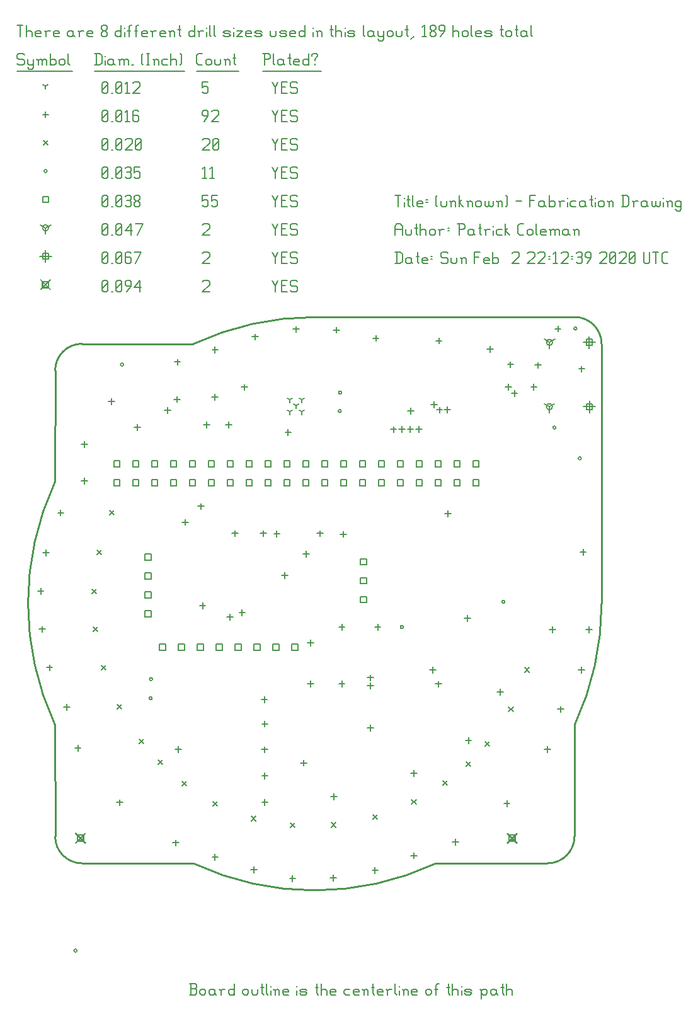
<source format=gbr>
G04 start of page 12 for group -3984 idx -3984 *
G04 Title: (unknown), fab *
G04 Creator: pcb 4.2.0 *
G04 CreationDate: Sun Feb  2 22:12:39 2020 UTC *
G04 For: blinken *
G04 Format: Gerber/RS-274X *
G04 PCB-Dimensions (mm): 90.16 90.16 *
G04 PCB-Coordinate-Origin: lower left *
%MOMM*%
%FSLAX43Y43*%
%LNFAB*%
%ADD89C,0.254*%
%ADD88C,0.191*%
%ADD87C,0.152*%
%ADD86R,0.203X0.203*%
%ADD85C,0.002*%
G54D85*G36*
X7890Y19413D02*X9253Y18050D01*
X9110Y17907D01*
X7747Y19270D01*
X7890Y19413D01*
G37*
G36*
X7747Y18050D02*X9110Y19413D01*
X9253Y19270D01*
X7890Y17907D01*
X7747Y18050D01*
G37*
G54D86*X8094Y19066D02*X8906D01*
X8094D02*Y18254D01*
X8906D01*
Y19066D02*Y18254D01*
G54D85*G36*
X65890Y19413D02*X67253Y18050D01*
X67110Y17907D01*
X65747Y19270D01*
X65890Y19413D01*
G37*
G36*
X65747Y18050D02*X67110Y19413D01*
X67253Y19270D01*
X65890Y17907D01*
X65747Y18050D01*
G37*
G54D86*X66094Y19066D02*X66906D01*
X66094D02*Y18254D01*
X66906D01*
Y19066D02*Y18254D01*
G54D85*G36*
X3200Y93771D02*X4563Y92408D01*
X4420Y92264D01*
X3057Y93627D01*
X3200Y93771D01*
G37*
G36*
X3057Y92408D02*X4420Y93771D01*
X4563Y93627D01*
X3200Y92264D01*
X3057Y92408D01*
G37*
G54D86*X3404Y93424D02*X4216D01*
X3404D02*Y92611D01*
X4216D01*
Y93424D02*Y92611D01*
G54D87*X34290Y93589D02*X34671Y92827D01*
X35052Y93589D01*
X34671Y92827D02*Y92065D01*
X35509Y92903D02*X36081D01*
X35509Y92065D02*X36271D01*
X35509Y93589D02*Y92065D01*
Y93589D02*X36271D01*
X37490D02*X37681Y93399D01*
X36919Y93589D02*X37490D01*
X36728Y93399D02*X36919Y93589D01*
X36728Y93399D02*Y93018D01*
X36919Y92827D01*
X37490D01*
X37681Y92637D01*
Y92256D01*
X37490Y92065D02*X37681Y92256D01*
X36919Y92065D02*X37490D01*
X36728Y92256D02*X36919Y92065D01*
X24892Y93399D02*X25082Y93589D01*
X25654D01*
X25844Y93399D01*
Y93018D01*
X24892Y92065D02*X25844Y93018D01*
X24892Y92065D02*X25844D01*
X11430Y92256D02*X11620Y92065D01*
X11430Y93399D02*Y92256D01*
Y93399D02*X11620Y93589D01*
X12002D01*
X12192Y93399D01*
Y92256D01*
X12002Y92065D02*X12192Y92256D01*
X11620Y92065D02*X12002D01*
X11430Y92446D02*X12192Y93208D01*
X12649Y92065D02*X12840D01*
X13297Y92256D02*X13487Y92065D01*
X13297Y93399D02*Y92256D01*
Y93399D02*X13487Y93589D01*
X13868D01*
X14059Y93399D01*
Y92256D01*
X13868Y92065D02*X14059Y92256D01*
X13487Y92065D02*X13868D01*
X13297Y92446D02*X14059Y93208D01*
X14707Y92065D02*X15278Y92827D01*
Y93399D02*Y92827D01*
X15088Y93589D02*X15278Y93399D01*
X14707Y93589D02*X15088D01*
X14516Y93399D02*X14707Y93589D01*
X14516Y93399D02*Y93018D01*
X14707Y92827D01*
X15278D01*
X15735Y92637D02*X16497Y93589D01*
X15735Y92637D02*X16688D01*
X16497Y93589D02*Y92065D01*
X76900Y77423D02*Y75797D01*
X76087Y76610D02*X77713D01*
X76494Y77016D02*X77306D01*
X76494D02*Y76204D01*
X77306D01*
Y77016D02*Y76204D01*
X76890Y86063D02*Y84437D01*
X76077Y85250D02*X77703D01*
X76484Y85656D02*X77296D01*
X76484D02*Y84844D01*
X77296D01*
Y85656D02*Y84844D01*
X3810Y97640D02*Y96015D01*
X2997Y96828D02*X4623D01*
X3404Y97234D02*X4216D01*
X3404D02*Y96421D01*
X4216D01*
Y97234D02*Y96421D01*
X34290Y97399D02*X34671Y96637D01*
X35052Y97399D01*
X34671Y96637D02*Y95875D01*
X35509Y96713D02*X36081D01*
X35509Y95875D02*X36271D01*
X35509Y97399D02*Y95875D01*
Y97399D02*X36271D01*
X37490D02*X37681Y97209D01*
X36919Y97399D02*X37490D01*
X36728Y97209D02*X36919Y97399D01*
X36728Y97209D02*Y96828D01*
X36919Y96637D01*
X37490D01*
X37681Y96447D01*
Y96066D01*
X37490Y95875D02*X37681Y96066D01*
X36919Y95875D02*X37490D01*
X36728Y96066D02*X36919Y95875D01*
X24892Y97209D02*X25082Y97399D01*
X25654D01*
X25844Y97209D01*
Y96828D01*
X24892Y95875D02*X25844Y96828D01*
X24892Y95875D02*X25844D01*
X11430Y96066D02*X11620Y95875D01*
X11430Y97209D02*Y96066D01*
Y97209D02*X11620Y97399D01*
X12002D01*
X12192Y97209D01*
Y96066D01*
X12002Y95875D02*X12192Y96066D01*
X11620Y95875D02*X12002D01*
X11430Y96256D02*X12192Y97018D01*
X12649Y95875D02*X12840D01*
X13297Y96066D02*X13487Y95875D01*
X13297Y97209D02*Y96066D01*
Y97209D02*X13487Y97399D01*
X13868D01*
X14059Y97209D01*
Y96066D01*
X13868Y95875D02*X14059Y96066D01*
X13487Y95875D02*X13868D01*
X13297Y96256D02*X14059Y97018D01*
X15088Y97399D02*X15278Y97209D01*
X14707Y97399D02*X15088D01*
X14516Y97209D02*X14707Y97399D01*
X14516Y97209D02*Y96066D01*
X14707Y95875D01*
X15088Y96713D02*X15278Y96523D01*
X14516Y96713D02*X15088D01*
X14707Y95875D02*X15088D01*
X15278Y96066D01*
Y96523D02*Y96066D01*
X15926Y95875D02*X16688Y97399D01*
X15735D02*X16688D01*
X71540Y85250D02*Y84437D01*
Y85250D02*X72244Y85656D01*
X71540Y85250D02*X70836Y85656D01*
X71134Y85250D02*G75*G03X71946Y85250I406J0D01*G01*
G75*G03X71134Y85250I-406J0D01*G01*
X71530Y76610D02*Y75797D01*
Y76610D02*X72234Y77016D01*
X71530Y76610D02*X70826Y77016D01*
X71124Y76610D02*G75*G03X71936Y76610I406J0D01*G01*
G75*G03X71124Y76610I-406J0D01*G01*
X3810Y100638D02*Y99825D01*
Y100638D02*X4514Y101044D01*
X3810Y100638D02*X3106Y101044D01*
X3404Y100638D02*G75*G03X4216Y100638I406J0D01*G01*
G75*G03X3404Y100638I-406J0D01*G01*
X34290Y101209D02*X34671Y100447D01*
X35052Y101209D01*
X34671Y100447D02*Y99685D01*
X35509Y100523D02*X36081D01*
X35509Y99685D02*X36271D01*
X35509Y101209D02*Y99685D01*
Y101209D02*X36271D01*
X37490D02*X37681Y101019D01*
X36919Y101209D02*X37490D01*
X36728Y101019D02*X36919Y101209D01*
X36728Y101019D02*Y100638D01*
X36919Y100447D01*
X37490D01*
X37681Y100257D01*
Y99876D01*
X37490Y99685D02*X37681Y99876D01*
X36919Y99685D02*X37490D01*
X36728Y99876D02*X36919Y99685D01*
X24892Y101019D02*X25082Y101209D01*
X25654D01*
X25844Y101019D01*
Y100638D01*
X24892Y99685D02*X25844Y100638D01*
X24892Y99685D02*X25844D01*
X11430Y99876D02*X11620Y99685D01*
X11430Y101019D02*Y99876D01*
Y101019D02*X11620Y101209D01*
X12002D01*
X12192Y101019D01*
Y99876D01*
X12002Y99685D02*X12192Y99876D01*
X11620Y99685D02*X12002D01*
X11430Y100066D02*X12192Y100828D01*
X12649Y99685D02*X12840D01*
X13297Y99876D02*X13487Y99685D01*
X13297Y101019D02*Y99876D01*
Y101019D02*X13487Y101209D01*
X13868D01*
X14059Y101019D01*
Y99876D01*
X13868Y99685D02*X14059Y99876D01*
X13487Y99685D02*X13868D01*
X13297Y100066D02*X14059Y100828D01*
X14516Y100257D02*X15278Y101209D01*
X14516Y100257D02*X15469D01*
X15278Y101209D02*Y99685D01*
X16116D02*X16878Y101209D01*
X15926D02*X16878D01*
X13004Y66776D02*X13816D01*
X13004D02*Y65964D01*
X13816D01*
Y66776D02*Y65964D01*
X13004Y69316D02*X13816D01*
X13004D02*Y68504D01*
X13816D01*
Y69316D02*Y68504D01*
X15544Y66776D02*X16356D01*
X15544D02*Y65964D01*
X16356D01*
Y66776D02*Y65964D01*
X15544Y69316D02*X16356D01*
X15544D02*Y68504D01*
X16356D01*
Y69316D02*Y68504D01*
X18084Y66776D02*X18896D01*
X18084D02*Y65964D01*
X18896D01*
Y66776D02*Y65964D01*
X18084Y69316D02*X18896D01*
X18084D02*Y68504D01*
X18896D01*
Y69316D02*Y68504D01*
X20624Y66776D02*X21436D01*
X20624D02*Y65964D01*
X21436D01*
Y66776D02*Y65964D01*
X20624Y69316D02*X21436D01*
X20624D02*Y68504D01*
X21436D01*
Y69316D02*Y68504D01*
X23164Y66776D02*X23976D01*
X23164D02*Y65964D01*
X23976D01*
Y66776D02*Y65964D01*
X23164Y69316D02*X23976D01*
X23164D02*Y68504D01*
X23976D01*
Y69316D02*Y68504D01*
X25704Y66776D02*X26516D01*
X25704D02*Y65964D01*
X26516D01*
Y66776D02*Y65964D01*
X25704Y69316D02*X26516D01*
X25704D02*Y68504D01*
X26516D01*
Y69316D02*Y68504D01*
X28244Y66776D02*X29056D01*
X28244D02*Y65964D01*
X29056D01*
Y66776D02*Y65964D01*
X28244Y69316D02*X29056D01*
X28244D02*Y68504D01*
X29056D01*
Y69316D02*Y68504D01*
X30784Y66776D02*X31596D01*
X30784D02*Y65964D01*
X31596D01*
Y66776D02*Y65964D01*
X30784Y69316D02*X31596D01*
X30784D02*Y68504D01*
X31596D01*
Y69316D02*Y68504D01*
X33324Y66776D02*X34136D01*
X33324D02*Y65964D01*
X34136D01*
Y66776D02*Y65964D01*
X33324Y69316D02*X34136D01*
X33324D02*Y68504D01*
X34136D01*
Y69316D02*Y68504D01*
X35864Y66776D02*X36676D01*
X35864D02*Y65964D01*
X36676D01*
Y66776D02*Y65964D01*
X35864Y69316D02*X36676D01*
X35864D02*Y68504D01*
X36676D01*
Y69316D02*Y68504D01*
X38404Y66776D02*X39216D01*
X38404D02*Y65964D01*
X39216D01*
Y66776D02*Y65964D01*
X38404Y69316D02*X39216D01*
X38404D02*Y68504D01*
X39216D01*
Y69316D02*Y68504D01*
X40944Y66776D02*X41756D01*
X40944D02*Y65964D01*
X41756D01*
Y66776D02*Y65964D01*
X40944Y69316D02*X41756D01*
X40944D02*Y68504D01*
X41756D01*
Y69316D02*Y68504D01*
X43484Y66776D02*X44296D01*
X43484D02*Y65964D01*
X44296D01*
Y66776D02*Y65964D01*
X43484Y69316D02*X44296D01*
X43484D02*Y68504D01*
X44296D01*
Y69316D02*Y68504D01*
X46024Y66776D02*X46836D01*
X46024D02*Y65964D01*
X46836D01*
Y66776D02*Y65964D01*
X46024Y69316D02*X46836D01*
X46024D02*Y68504D01*
X46836D01*
Y69316D02*Y68504D01*
X48564Y66776D02*X49376D01*
X48564D02*Y65964D01*
X49376D01*
Y66776D02*Y65964D01*
X48564Y69316D02*X49376D01*
X48564D02*Y68504D01*
X49376D01*
Y69316D02*Y68504D01*
X51104Y66776D02*X51916D01*
X51104D02*Y65964D01*
X51916D01*
Y66776D02*Y65964D01*
X51104Y69316D02*X51916D01*
X51104D02*Y68504D01*
X51916D01*
Y69316D02*Y68504D01*
X53644Y66776D02*X54456D01*
X53644D02*Y65964D01*
X54456D01*
Y66776D02*Y65964D01*
X53644Y69316D02*X54456D01*
X53644D02*Y68504D01*
X54456D01*
Y69316D02*Y68504D01*
X56184Y66776D02*X56996D01*
X56184D02*Y65964D01*
X56996D01*
Y66776D02*Y65964D01*
X56184Y69316D02*X56996D01*
X56184D02*Y68504D01*
X56996D01*
Y69316D02*Y68504D01*
X58724Y66776D02*X59536D01*
X58724D02*Y65964D01*
X59536D01*
Y66776D02*Y65964D01*
X58724Y69316D02*X59536D01*
X58724D02*Y68504D01*
X59536D01*
Y69316D02*Y68504D01*
X61264Y66776D02*X62076D01*
X61264D02*Y65964D01*
X62076D01*
Y66776D02*Y65964D01*
X61264Y69316D02*X62076D01*
X61264D02*Y68504D01*
X62076D01*
Y69316D02*Y68504D01*
X19124Y44706D02*X19936D01*
X19124D02*Y43894D01*
X19936D01*
Y44706D02*Y43894D01*
X21664Y44706D02*X22476D01*
X21664D02*Y43894D01*
X22476D01*
Y44706D02*Y43894D01*
X24204Y44706D02*X25016D01*
X24204D02*Y43894D01*
X25016D01*
Y44706D02*Y43894D01*
X26744Y44706D02*X27556D01*
X26744D02*Y43894D01*
X27556D01*
Y44706D02*Y43894D01*
X29284Y44706D02*X30096D01*
X29284D02*Y43894D01*
X30096D01*
Y44706D02*Y43894D01*
X31824Y44706D02*X32636D01*
X31824D02*Y43894D01*
X32636D01*
Y44706D02*Y43894D01*
X34364Y44706D02*X35176D01*
X34364D02*Y43894D01*
X35176D01*
Y44706D02*Y43894D01*
X36904Y44706D02*X37716D01*
X36904D02*Y43894D01*
X37716D01*
Y44706D02*Y43894D01*
X46132Y56168D02*X46944D01*
X46132D02*Y55355D01*
X46944D01*
Y56168D02*Y55355D01*
X46132Y53628D02*X46944D01*
X46132D02*Y52815D01*
X46944D01*
Y53628D02*Y52815D01*
X46132Y51088D02*X46944D01*
X46132D02*Y50275D01*
X46944D01*
Y51088D02*Y50275D01*
X17162Y56822D02*X17975D01*
X17162D02*Y56009D01*
X17975D01*
Y56822D02*Y56009D01*
X17162Y54282D02*X17975D01*
X17162D02*Y53469D01*
X17975D01*
Y54282D02*Y53469D01*
X17162Y51742D02*X17975D01*
X17162D02*Y50929D01*
X17975D01*
Y51742D02*Y50929D01*
X17162Y49202D02*X17975D01*
X17162D02*Y48389D01*
X17975D01*
Y49202D02*Y48389D01*
X3404Y104854D02*X4216D01*
X3404D02*Y104041D01*
X4216D01*
Y104854D02*Y104041D01*
X34290Y105019D02*X34671Y104257D01*
X35052Y105019D01*
X34671Y104257D02*Y103495D01*
X35509Y104333D02*X36081D01*
X35509Y103495D02*X36271D01*
X35509Y105019D02*Y103495D01*
Y105019D02*X36271D01*
X37490D02*X37681Y104829D01*
X36919Y105019D02*X37490D01*
X36728Y104829D02*X36919Y105019D01*
X36728Y104829D02*Y104448D01*
X36919Y104257D01*
X37490D01*
X37681Y104067D01*
Y103686D01*
X37490Y103495D02*X37681Y103686D01*
X36919Y103495D02*X37490D01*
X36728Y103686D02*X36919Y103495D01*
X24892Y105019D02*X25654D01*
X24892D02*Y104257D01*
X25082Y104448D01*
X25464D01*
X25654Y104257D01*
Y103686D01*
X25464Y103495D02*X25654Y103686D01*
X25082Y103495D02*X25464D01*
X24892Y103686D02*X25082Y103495D01*
X26111Y105019D02*X26873D01*
X26111D02*Y104257D01*
X26302Y104448D01*
X26683D01*
X26873Y104257D01*
Y103686D01*
X26683Y103495D02*X26873Y103686D01*
X26302Y103495D02*X26683D01*
X26111Y103686D02*X26302Y103495D01*
X11430Y103686D02*X11620Y103495D01*
X11430Y104829D02*Y103686D01*
Y104829D02*X11620Y105019D01*
X12002D01*
X12192Y104829D01*
Y103686D01*
X12002Y103495D02*X12192Y103686D01*
X11620Y103495D02*X12002D01*
X11430Y103876D02*X12192Y104638D01*
X12649Y103495D02*X12840D01*
X13297Y103686D02*X13487Y103495D01*
X13297Y104829D02*Y103686D01*
Y104829D02*X13487Y105019D01*
X13868D01*
X14059Y104829D01*
Y103686D01*
X13868Y103495D02*X14059Y103686D01*
X13487Y103495D02*X13868D01*
X13297Y103876D02*X14059Y104638D01*
X14516Y104829D02*X14707Y105019D01*
X15088D01*
X15278Y104829D01*
X15088Y103495D02*X15278Y103686D01*
X14707Y103495D02*X15088D01*
X14516Y103686D02*X14707Y103495D01*
Y104333D02*X15088D01*
X15278Y104829D02*Y104524D01*
Y104143D02*Y103686D01*
Y104143D02*X15088Y104333D01*
X15278Y104524D02*X15088Y104333D01*
X15735Y103686D02*X15926Y103495D01*
X15735Y103990D02*Y103686D01*
Y103990D02*X16002Y104257D01*
X16231D01*
X16497Y103990D01*
Y103686D01*
X16307Y103495D02*X16497Y103686D01*
X15926Y103495D02*X16307D01*
X15735Y104524D02*X16002Y104257D01*
X15735Y104829D02*Y104524D01*
Y104829D02*X15926Y105019D01*
X16307D01*
X16497Y104829D01*
Y104524D01*
X16231Y104257D02*X16497Y104524D01*
X7631Y3521D02*G75*G03X8038Y3521I203J0D01*G01*
G75*G03X7631Y3521I-203J0D01*G01*
X74817Y87110D02*G75*G03X75223Y87110I203J0D01*G01*
G75*G03X74817Y87110I-203J0D01*G01*
X43157Y76010D02*G75*G03X43563Y76010I203J0D01*G01*
G75*G03X43157Y76010I-203J0D01*G01*
X51487Y47000D02*G75*G03X51893Y47000I203J0D01*G01*
G75*G03X51487Y47000I-203J0D01*G01*
X43187Y78500D02*G75*G03X43593Y78500I203J0D01*G01*
G75*G03X43187Y78500I-203J0D01*G01*
X75407Y69661D02*G75*G03X75813Y69661I203J0D01*G01*
G75*G03X75407Y69661I-203J0D01*G01*
X13897Y82260D02*G75*G03X14303Y82260I203J0D01*G01*
G75*G03X13897Y82260I-203J0D01*G01*
X71987Y73790D02*G75*G03X72393Y73790I203J0D01*G01*
G75*G03X71987Y73790I-203J0D01*G01*
X17777Y40010D02*G75*G03X18183Y40010I203J0D01*G01*
G75*G03X17777Y40010I-203J0D01*G01*
X17737Y37420D02*G75*G03X18143Y37420I203J0D01*G01*
G75*G03X17737Y37420I-203J0D01*G01*
X65137Y50410D02*G75*G03X65543Y50410I203J0D01*G01*
G75*G03X65137Y50410I-203J0D01*G01*
X3607Y108258D02*G75*G03X4013Y108258I203J0D01*G01*
G75*G03X3607Y108258I-203J0D01*G01*
X34290Y108829D02*X34671Y108067D01*
X35052Y108829D01*
X34671Y108067D02*Y107305D01*
X35509Y108143D02*X36081D01*
X35509Y107305D02*X36271D01*
X35509Y108829D02*Y107305D01*
Y108829D02*X36271D01*
X37490D02*X37681Y108639D01*
X36919Y108829D02*X37490D01*
X36728Y108639D02*X36919Y108829D01*
X36728Y108639D02*Y108258D01*
X36919Y108067D01*
X37490D01*
X37681Y107877D01*
Y107496D01*
X37490Y107305D02*X37681Y107496D01*
X36919Y107305D02*X37490D01*
X36728Y107496D02*X36919Y107305D01*
X24892Y108524D02*X25197Y108829D01*
Y107305D01*
X24892D02*X25464D01*
X25921Y108524D02*X26226Y108829D01*
Y107305D01*
X25921D02*X26492D01*
X11430Y107496D02*X11620Y107305D01*
X11430Y108639D02*Y107496D01*
Y108639D02*X11620Y108829D01*
X12002D01*
X12192Y108639D01*
Y107496D01*
X12002Y107305D02*X12192Y107496D01*
X11620Y107305D02*X12002D01*
X11430Y107686D02*X12192Y108448D01*
X12649Y107305D02*X12840D01*
X13297Y107496D02*X13487Y107305D01*
X13297Y108639D02*Y107496D01*
Y108639D02*X13487Y108829D01*
X13868D01*
X14059Y108639D01*
Y107496D01*
X13868Y107305D02*X14059Y107496D01*
X13487Y107305D02*X13868D01*
X13297Y107686D02*X14059Y108448D01*
X14516Y108639D02*X14707Y108829D01*
X15088D01*
X15278Y108639D01*
X15088Y107305D02*X15278Y107496D01*
X14707Y107305D02*X15088D01*
X14516Y107496D02*X14707Y107305D01*
Y108143D02*X15088D01*
X15278Y108639D02*Y108334D01*
Y107953D02*Y107496D01*
Y107953D02*X15088Y108143D01*
X15278Y108334D02*X15088Y108143D01*
X15735Y108829D02*X16497D01*
X15735D02*Y108067D01*
X15926Y108258D01*
X16307D01*
X16497Y108067D01*
Y107496D01*
X16307Y107305D02*X16497Y107496D01*
X15926Y107305D02*X16307D01*
X15735Y107496D02*X15926Y107305D01*
X68174Y41544D02*X68783Y40935D01*
X68174D02*X68783Y41544D01*
X66040Y36236D02*X66650Y35626D01*
X66040D02*X66650Y36236D01*
X62890Y31613D02*X63500Y31004D01*
X62890D02*X63500Y31613D01*
X60300Y28870D02*X60909Y28260D01*
X60300D02*X60909Y28870D01*
X57226Y26355D02*X57836Y25746D01*
X57226D02*X57836Y26355D01*
X53010Y23815D02*X53619Y23206D01*
X53010D02*X53619Y23815D01*
X47803Y21758D02*X48412Y21148D01*
X47803D02*X48412Y21758D01*
X42215Y20716D02*X42824Y20107D01*
X42215D02*X42824Y20716D01*
X36728Y20666D02*X37338Y20056D01*
X36728D02*X37338Y20666D01*
X31495Y21565D02*X32105Y20955D01*
X31495D02*X32105Y21565D01*
X26314Y23587D02*X26924Y22977D01*
X26314D02*X26924Y23587D01*
X22123Y26279D02*X22733Y25670D01*
X22123D02*X22733Y26279D01*
X18898Y29124D02*X19507Y28514D01*
X18898D02*X19507Y29124D01*
X16383Y31969D02*X16993Y31359D01*
X16383D02*X16993Y31969D01*
X13437Y36566D02*X14046Y35956D01*
X13437D02*X14046Y36566D01*
X11303Y41849D02*X11913Y41240D01*
X11303D02*X11913Y41849D01*
X10236Y47031D02*X10846Y46421D01*
X10236D02*X10846Y47031D01*
X10008Y52086D02*X10617Y51476D01*
X10008D02*X10617Y52086D01*
X10719Y57318D02*X11328Y56708D01*
X10719D02*X11328Y57318D01*
X12395Y62665D02*X13005Y62055D01*
X12395D02*X13005Y62665D01*
X3505Y112372D02*X4115Y111763D01*
X3505D02*X4115Y112372D01*
X34290Y112639D02*X34671Y111877D01*
X35052Y112639D01*
X34671Y111877D02*Y111115D01*
X35509Y111953D02*X36081D01*
X35509Y111115D02*X36271D01*
X35509Y112639D02*Y111115D01*
Y112639D02*X36271D01*
X37490D02*X37681Y112449D01*
X36919Y112639D02*X37490D01*
X36728Y112449D02*X36919Y112639D01*
X36728Y112449D02*Y112068D01*
X36919Y111877D01*
X37490D01*
X37681Y111687D01*
Y111306D01*
X37490Y111115D02*X37681Y111306D01*
X36919Y111115D02*X37490D01*
X36728Y111306D02*X36919Y111115D01*
X24892Y112449D02*X25082Y112639D01*
X25654D01*
X25844Y112449D01*
Y112068D01*
X24892Y111115D02*X25844Y112068D01*
X24892Y111115D02*X25844D01*
X26302Y111306D02*X26492Y111115D01*
X26302Y112449D02*Y111306D01*
Y112449D02*X26492Y112639D01*
X26873D01*
X27064Y112449D01*
Y111306D01*
X26873Y111115D02*X27064Y111306D01*
X26492Y111115D02*X26873D01*
X26302Y111496D02*X27064Y112258D01*
X11430Y111306D02*X11620Y111115D01*
X11430Y112449D02*Y111306D01*
Y112449D02*X11620Y112639D01*
X12002D01*
X12192Y112449D01*
Y111306D01*
X12002Y111115D02*X12192Y111306D01*
X11620Y111115D02*X12002D01*
X11430Y111496D02*X12192Y112258D01*
X12649Y111115D02*X12840D01*
X13297Y111306D02*X13487Y111115D01*
X13297Y112449D02*Y111306D01*
Y112449D02*X13487Y112639D01*
X13868D01*
X14059Y112449D01*
Y111306D01*
X13868Y111115D02*X14059Y111306D01*
X13487Y111115D02*X13868D01*
X13297Y111496D02*X14059Y112258D01*
X14516Y112449D02*X14707Y112639D01*
X15278D01*
X15469Y112449D01*
Y112068D01*
X14516Y111115D02*X15469Y112068D01*
X14516Y111115D02*X15469D01*
X15926Y111306D02*X16116Y111115D01*
X15926Y112449D02*Y111306D01*
Y112449D02*X16116Y112639D01*
X16497D01*
X16688Y112449D01*
Y111306D01*
X16497Y111115D02*X16688Y111306D01*
X16116Y111115D02*X16497D01*
X15926Y111496D02*X16688Y112258D01*
X66000Y79646D02*Y78834D01*
X65594Y79240D02*X66406D01*
X66830Y78806D02*Y77994D01*
X66424Y78400D02*X67236D01*
X69430Y79646D02*Y78834D01*
X69024Y79240D02*X69836D01*
X72670Y87496D02*Y86684D01*
X72264Y87090D02*X73076D01*
X21500Y78016D02*Y77204D01*
X21094Y77610D02*X21906D01*
X30530Y79626D02*Y78814D01*
X30124Y79220D02*X30936D01*
X25444Y74613D02*Y73800D01*
X25038Y74207D02*X25850D01*
X20210Y76526D02*Y75714D01*
X19804Y76120D02*X20616D01*
X75870Y82086D02*Y81274D01*
X75464Y81680D02*X76276D01*
X40701Y59990D02*Y59178D01*
X40294Y59584D02*X41107D01*
X34895Y59959D02*Y59146D01*
X34488Y59552D02*X35301D01*
X33085Y59993D02*Y59180D01*
X32678Y59587D02*X33491D01*
X29289Y59997D02*Y59184D01*
X28883Y59591D02*X29696D01*
X53980Y73976D02*Y73164D01*
X53574Y73570D02*X54386D01*
X52840Y73976D02*Y73164D01*
X52434Y73570D02*X53246D01*
X51700Y73976D02*Y73164D01*
X51294Y73570D02*X52106D01*
X24910Y50276D02*Y49464D01*
X24504Y49870D02*X25316D01*
X38840Y57216D02*Y56404D01*
X38434Y56810D02*X39246D01*
X35966Y54372D02*Y53559D01*
X35560Y53965D02*X36373D01*
X30230Y49346D02*Y48534D01*
X29824Y48940D02*X30636D01*
X28444Y74613D02*Y73800D01*
X28037Y74207D02*X28850D01*
X56620Y39756D02*Y38944D01*
X56214Y39350D02*X57026D01*
X55860Y41666D02*Y40854D01*
X55454Y41260D02*X56266D01*
X28610Y48766D02*Y47954D01*
X28204Y48360D02*X29016D01*
X24720Y63626D02*Y62814D01*
X24314Y63220D02*X25126D01*
X38492Y29163D02*Y28350D01*
X38086Y28757D02*X38898D01*
X57800Y76606D02*Y75794D01*
X57394Y76200D02*X58206D01*
X56750Y76586D02*Y75774D01*
X56344Y76180D02*X57156D01*
X56020Y77276D02*Y76464D01*
X55614Y76870D02*X56426D01*
X22590Y61496D02*Y60684D01*
X22184Y61090D02*X22996D01*
X47450Y39536D02*Y38724D01*
X47044Y39130D02*X47856D01*
X47470Y40596D02*Y39784D01*
X47064Y40190D02*X47876D01*
X43632Y47385D02*Y46572D01*
X43226Y46979D02*X44039D01*
X43632Y39765D02*Y38952D01*
X43226Y39359D02*X44039D01*
X39440Y45316D02*Y44504D01*
X39034Y44910D02*X39846D01*
X57900Y62646D02*Y61834D01*
X57494Y62240D02*X58306D01*
X52890Y76446D02*Y75634D01*
X52484Y76040D02*X53296D01*
X43850Y59886D02*Y59074D01*
X43444Y59480D02*X44256D01*
X71950Y47066D02*Y46254D01*
X71544Y46660D02*X72356D01*
X76050Y57466D02*Y56654D01*
X75644Y57060D02*X76456D01*
X76850Y47066D02*Y46254D01*
X76444Y46660D02*X77256D01*
X75850Y41666D02*Y40854D01*
X75444Y41260D02*X76256D01*
X73050Y36366D02*Y35554D01*
X72644Y35960D02*X73456D01*
X71250Y30966D02*Y30154D01*
X70844Y30560D02*X71656D01*
X65808Y23728D02*Y22915D01*
X65402Y23322D02*X66214D01*
X58900Y18516D02*Y17704D01*
X58494Y18110D02*X59306D01*
X53300Y16716D02*Y15904D01*
X52894Y16310D02*X53706D01*
X48100Y14716D02*Y13904D01*
X47694Y14310D02*X48506D01*
X42500Y13716D02*Y12904D01*
X42094Y13310D02*X42906D01*
X37000Y13616D02*Y12804D01*
X36594Y13210D02*X37406D01*
X31800Y14816D02*Y14004D01*
X31394Y14410D02*X32206D01*
X26600Y16516D02*Y15704D01*
X26194Y16110D02*X27006D01*
X21300Y18416D02*Y17604D01*
X20894Y18010D02*X21706D01*
X13796Y23847D02*Y23034D01*
X13389Y23441D02*X14202D01*
X8150Y31166D02*Y30354D01*
X7744Y30760D02*X8556D01*
X6650Y36666D02*Y35854D01*
X6244Y36260D02*X7056D01*
X4350Y41966D02*Y41154D01*
X3944Y41560D02*X4756D01*
X3350Y47116D02*Y46304D01*
X2944Y46710D02*X3756D01*
X3150Y52216D02*Y51404D01*
X2744Y51810D02*X3556D01*
X3850Y57416D02*Y56604D01*
X3444Y57010D02*X4256D01*
X5850Y62766D02*Y61954D01*
X5444Y62360D02*X6256D01*
X26590Y84676D02*Y83864D01*
X26184Y84270D02*X26996D01*
X32000Y86416D02*Y85604D01*
X31594Y86010D02*X32406D01*
X37500Y87416D02*Y86604D01*
X37094Y87010D02*X37906D01*
X48200Y86216D02*Y85404D01*
X47794Y85810D02*X48606D01*
X42900Y87316D02*Y86504D01*
X42494Y86910D02*X43306D01*
X64891Y38697D02*Y37884D01*
X64485Y38291D02*X65298D01*
X63580Y84726D02*Y83914D01*
X63174Y84320D02*X63986D01*
X56660Y85876D02*Y85064D01*
X56254Y85470D02*X57066D01*
X9010Y67076D02*Y66264D01*
X8604Y66670D02*X9416D01*
X9010Y71976D02*Y71164D01*
X8604Y71570D02*X9416D01*
X16137Y74242D02*Y73429D01*
X15731Y73836D02*X16544D01*
X12672Y77707D02*Y76894D01*
X12266Y77300D02*X13079D01*
X66300Y82686D02*Y81874D01*
X65894Y82280D02*X66706D01*
X36410Y73586D02*Y72774D01*
X36004Y73180D02*X36816D01*
X60640Y32147D02*Y31334D01*
X60234Y31740D02*X61046D01*
X53310Y27746D02*Y26934D01*
X52904Y27340D02*X53716D01*
X42550Y24626D02*Y23814D01*
X42144Y24220D02*X42956D01*
X21670Y30986D02*Y30174D01*
X21264Y30580D02*X22076D01*
X33220Y37676D02*Y36864D01*
X32814Y37270D02*X33626D01*
X33290Y34406D02*Y33594D01*
X32884Y34000D02*X33696D01*
X33260Y30946D02*Y30134D01*
X32854Y30540D02*X33666D01*
X33290Y27446D02*Y26634D01*
X32884Y27040D02*X33696D01*
X33290Y23866D02*Y23054D01*
X32884Y23460D02*X33696D01*
X47480Y33876D02*Y33064D01*
X47074Y33470D02*X47886D01*
X48460Y47386D02*Y46574D01*
X48054Y46980D02*X48866D01*
X60490Y48606D02*Y47794D01*
X60084Y48200D02*X60896D01*
X50570Y73966D02*Y73154D01*
X50164Y73560D02*X50976D01*
X39410Y39776D02*Y38964D01*
X39004Y39370D02*X39816D01*
X26560Y78296D02*Y77484D01*
X26154Y77890D02*X26966D01*
X70000Y82606D02*Y81794D01*
X69594Y82200D02*X70406D01*
X21530Y83026D02*Y82214D01*
X21124Y82620D02*X21936D01*
X3810Y116284D02*Y115471D01*
X3404Y115878D02*X4216D01*
X34290Y116449D02*X34671Y115687D01*
X35052Y116449D01*
X34671Y115687D02*Y114925D01*
X35509Y115763D02*X36081D01*
X35509Y114925D02*X36271D01*
X35509Y116449D02*Y114925D01*
Y116449D02*X36271D01*
X37490D02*X37681Y116259D01*
X36919Y116449D02*X37490D01*
X36728Y116259D02*X36919Y116449D01*
X36728Y116259D02*Y115878D01*
X36919Y115687D01*
X37490D01*
X37681Y115497D01*
Y115116D01*
X37490Y114925D02*X37681Y115116D01*
X36919Y114925D02*X37490D01*
X36728Y115116D02*X36919Y114925D01*
X25082D02*X25654Y115687D01*
Y116259D02*Y115687D01*
X25464Y116449D02*X25654Y116259D01*
X25082Y116449D02*X25464D01*
X24892Y116259D02*X25082Y116449D01*
X24892Y116259D02*Y115878D01*
X25082Y115687D01*
X25654D01*
X26111Y116259D02*X26302Y116449D01*
X26873D01*
X27064Y116259D01*
Y115878D01*
X26111Y114925D02*X27064Y115878D01*
X26111Y114925D02*X27064D01*
X11430Y115116D02*X11620Y114925D01*
X11430Y116259D02*Y115116D01*
Y116259D02*X11620Y116449D01*
X12002D01*
X12192Y116259D01*
Y115116D01*
X12002Y114925D02*X12192Y115116D01*
X11620Y114925D02*X12002D01*
X11430Y115306D02*X12192Y116068D01*
X12649Y114925D02*X12840D01*
X13297Y115116D02*X13487Y114925D01*
X13297Y116259D02*Y115116D01*
Y116259D02*X13487Y116449D01*
X13868D01*
X14059Y116259D01*
Y115116D01*
X13868Y114925D02*X14059Y115116D01*
X13487Y114925D02*X13868D01*
X13297Y115306D02*X14059Y116068D01*
X14516Y116144D02*X14821Y116449D01*
Y114925D01*
X14516D02*X15088D01*
X16116Y116449D02*X16307Y116259D01*
X15735Y116449D02*X16116D01*
X15545Y116259D02*X15735Y116449D01*
X15545Y116259D02*Y115116D01*
X15735Y114925D01*
X16116Y115763D02*X16307Y115573D01*
X15545Y115763D02*X16116D01*
X15735Y114925D02*X16116D01*
X16307Y115116D01*
Y115573D02*Y115116D01*
X37460Y76760D02*Y76354D01*
Y76760D02*X37812Y76963D01*
X37460Y76760D02*X37108Y76963D01*
X38260Y77560D02*Y77154D01*
Y77560D02*X38612Y77763D01*
X38260Y77560D02*X37908Y77763D01*
X38260Y75960D02*Y75554D01*
Y75960D02*X38612Y76163D01*
X38260Y75960D02*X37908Y76163D01*
X36660Y75960D02*Y75554D01*
Y75960D02*X37012Y76163D01*
X36660Y75960D02*X36308Y76163D01*
X36660Y77560D02*Y77154D01*
Y77560D02*X37012Y77763D01*
X36660Y77560D02*X36308Y77763D01*
X3810Y119688D02*Y119281D01*
Y119688D02*X4162Y119891D01*
X3810Y119688D02*X3458Y119891D01*
X34290Y120259D02*X34671Y119497D01*
X35052Y120259D01*
X34671Y119497D02*Y118735D01*
X35509Y119573D02*X36081D01*
X35509Y118735D02*X36271D01*
X35509Y120259D02*Y118735D01*
Y120259D02*X36271D01*
X37490D02*X37681Y120069D01*
X36919Y120259D02*X37490D01*
X36728Y120069D02*X36919Y120259D01*
X36728Y120069D02*Y119688D01*
X36919Y119497D01*
X37490D01*
X37681Y119307D01*
Y118926D01*
X37490Y118735D02*X37681Y118926D01*
X36919Y118735D02*X37490D01*
X36728Y118926D02*X36919Y118735D01*
X24892Y120259D02*X25654D01*
X24892D02*Y119497D01*
X25082Y119688D01*
X25464D01*
X25654Y119497D01*
Y118926D01*
X25464Y118735D02*X25654Y118926D01*
X25082Y118735D02*X25464D01*
X24892Y118926D02*X25082Y118735D01*
X11430Y118926D02*X11620Y118735D01*
X11430Y120069D02*Y118926D01*
Y120069D02*X11620Y120259D01*
X12002D01*
X12192Y120069D01*
Y118926D01*
X12002Y118735D02*X12192Y118926D01*
X11620Y118735D02*X12002D01*
X11430Y119116D02*X12192Y119878D01*
X12649Y118735D02*X12840D01*
X13297Y118926D02*X13487Y118735D01*
X13297Y120069D02*Y118926D01*
Y120069D02*X13487Y120259D01*
X13868D01*
X14059Y120069D01*
Y118926D01*
X13868Y118735D02*X14059Y118926D01*
X13487Y118735D02*X13868D01*
X13297Y119116D02*X14059Y119878D01*
X14516Y119954D02*X14821Y120259D01*
Y118735D01*
X14516D02*X15088D01*
X15545Y120069D02*X15735Y120259D01*
X16307D01*
X16497Y120069D01*
Y119688D01*
X15545Y118735D02*X16497Y119688D01*
X15545Y118735D02*X16497D01*
X762Y124069D02*X952Y123879D01*
X190Y124069D02*X762D01*
X0Y123879D02*X190Y124069D01*
X0Y123879D02*Y123498D01*
X190Y123307D01*
X762D01*
X952Y123117D01*
Y122736D01*
X762Y122545D02*X952Y122736D01*
X190Y122545D02*X762D01*
X0Y122736D02*X190Y122545D01*
X1410Y123307D02*Y122736D01*
X1600Y122545D01*
X2172Y123307D02*Y122164D01*
X1981Y121974D02*X2172Y122164D01*
X1600Y121974D02*X1981D01*
X1410Y122164D02*X1600Y121974D01*
Y122545D02*X1981D01*
X2172Y122736D01*
X2819Y123117D02*Y122545D01*
Y123117D02*X3010Y123307D01*
X3200D01*
X3391Y123117D01*
Y122545D01*
Y123117D02*X3581Y123307D01*
X3772D01*
X3962Y123117D01*
Y122545D01*
X2629Y123307D02*X2819Y123117D01*
X4420Y124069D02*Y122545D01*
Y122736D02*X4610Y122545D01*
X4991D01*
X5182Y122736D01*
Y123117D02*Y122736D01*
X4991Y123307D02*X5182Y123117D01*
X4610Y123307D02*X4991D01*
X4420Y123117D02*X4610Y123307D01*
X5639Y123117D02*Y122736D01*
Y123117D02*X5829Y123307D01*
X6210D01*
X6401Y123117D01*
Y122736D01*
X6210Y122545D02*X6401Y122736D01*
X5829Y122545D02*X6210D01*
X5639Y122736D02*X5829Y122545D01*
X6858Y124069D02*Y122736D01*
X7049Y122545D01*
X0Y121720D02*X7430D01*
X10604Y124069D02*Y122545D01*
X11100Y124069D02*X11366Y123802D01*
Y122812D01*
X11100Y122545D02*X11366Y122812D01*
X10414Y122545D02*X11100D01*
X10414Y124069D02*X11100D01*
G54D88*X11824Y123688D02*Y123650D01*
G54D87*Y123117D02*Y122545D01*
X12776Y123307D02*X12967Y123117D01*
X12395Y123307D02*X12776D01*
X12205Y123117D02*X12395Y123307D01*
X12205Y123117D02*Y122736D01*
X12395Y122545D01*
X12967Y123307D02*Y122736D01*
X13157Y122545D01*
X12395D02*X12776D01*
X12967Y122736D01*
X13805Y123117D02*Y122545D01*
Y123117D02*X13995Y123307D01*
X14186D01*
X14376Y123117D01*
Y122545D01*
Y123117D02*X14567Y123307D01*
X14757D01*
X14948Y123117D01*
Y122545D01*
X13614Y123307D02*X13805Y123117D01*
X15405Y122545D02*X15596D01*
X16739Y122736D02*X16929Y122545D01*
X16739Y123879D02*X16929Y124069D01*
X16739Y123879D02*Y122736D01*
X17386Y124069D02*X17767D01*
X17577D02*Y122545D01*
X17386D02*X17767D01*
X18415Y123117D02*Y122545D01*
Y123117D02*X18606Y123307D01*
X18796D01*
X18987Y123117D01*
Y122545D01*
X18225Y123307D02*X18415Y123117D01*
X19634Y123307D02*X20206D01*
X19444Y123117D02*X19634Y123307D01*
X19444Y123117D02*Y122736D01*
X19634Y122545D01*
X20206D01*
X20663Y124069D02*Y122545D01*
Y123117D02*X20853Y123307D01*
X21234D01*
X21425Y123117D01*
Y122545D01*
X21882Y124069D02*X22073Y123879D01*
Y122736D01*
X21882Y122545D02*X22073Y122736D01*
X10414Y121720D02*X22530D01*
X24397Y122545D02*X24892D01*
X24130Y122812D02*X24397Y122545D01*
X24130Y123802D02*Y122812D01*
Y123802D02*X24397Y124069D01*
X24892D01*
X25349Y123117D02*Y122736D01*
Y123117D02*X25540Y123307D01*
X25921D01*
X26111Y123117D01*
Y122736D01*
X25921Y122545D02*X26111Y122736D01*
X25540Y122545D02*X25921D01*
X25349Y122736D02*X25540Y122545D01*
X26568Y123307D02*Y122736D01*
X26759Y122545D01*
X27140D01*
X27330Y122736D01*
Y123307D02*Y122736D01*
X27978Y123117D02*Y122545D01*
Y123117D02*X28169Y123307D01*
X28359D01*
X28550Y123117D01*
Y122545D01*
X27788Y123307D02*X27978Y123117D01*
X29197Y124069D02*Y122736D01*
X29388Y122545D01*
X29007Y123498D02*X29388D01*
X24130Y121720D02*X29769D01*
X33210Y124069D02*Y122545D01*
X33020Y124069D02*X33782D01*
X33972Y123879D01*
Y123498D01*
X33782Y123307D02*X33972Y123498D01*
X33210Y123307D02*X33782D01*
X34430Y124069D02*Y122736D01*
X34620Y122545D01*
X35573Y123307D02*X35763Y123117D01*
X35192Y123307D02*X35573D01*
X35001Y123117D02*X35192Y123307D01*
X35001Y123117D02*Y122736D01*
X35192Y122545D01*
X35763Y123307D02*Y122736D01*
X35954Y122545D01*
X35192D02*X35573D01*
X35763Y122736D01*
X36601Y124069D02*Y122736D01*
X36792Y122545D01*
X36411Y123498D02*X36792D01*
X37363Y122545D02*X37935D01*
X37173Y122736D02*X37363Y122545D01*
X37173Y123117D02*Y122736D01*
Y123117D02*X37363Y123307D01*
X37744D01*
X37935Y123117D01*
X37173Y122926D02*X37935D01*
Y123117D02*Y122926D01*
X39154Y124069D02*Y122545D01*
X38964D02*X39154Y122736D01*
X38583Y122545D02*X38964D01*
X38392Y122736D02*X38583Y122545D01*
X38392Y123117D02*Y122736D01*
Y123117D02*X38583Y123307D01*
X38964D01*
X39154Y123117D01*
X39992Y123307D02*Y123117D01*
Y122736D02*Y122545D01*
X39611Y123879D02*Y123688D01*
Y123879D02*X39802Y124069D01*
X40183D01*
X40373Y123879D01*
Y123688D01*
X39992Y123307D02*X40373Y123688D01*
X33020Y121720D02*X40831D01*
X0Y127879D02*X762D01*
X381D02*Y126355D01*
X1219Y127879D02*Y126355D01*
Y126927D02*X1410Y127117D01*
X1791D01*
X1981Y126927D01*
Y126355D01*
X2629D02*X3200D01*
X2438Y126546D02*X2629Y126355D01*
X2438Y126927D02*Y126546D01*
Y126927D02*X2629Y127117D01*
X3010D01*
X3200Y126927D01*
X2438Y126736D02*X3200D01*
Y126927D02*Y126736D01*
X3848Y126927D02*Y126355D01*
Y126927D02*X4039Y127117D01*
X4420D01*
X3658D02*X3848Y126927D01*
X5067Y126355D02*X5639D01*
X4877Y126546D02*X5067Y126355D01*
X4877Y126927D02*Y126546D01*
Y126927D02*X5067Y127117D01*
X5448D01*
X5639Y126927D01*
X4877Y126736D02*X5639D01*
Y126927D02*Y126736D01*
X7353Y127117D02*X7544Y126927D01*
X6972Y127117D02*X7353D01*
X6782Y126927D02*X6972Y127117D01*
X6782Y126927D02*Y126546D01*
X6972Y126355D01*
X7544Y127117D02*Y126546D01*
X7734Y126355D01*
X6972D02*X7353D01*
X7544Y126546D01*
X8382Y126927D02*Y126355D01*
Y126927D02*X8573Y127117D01*
X8954D01*
X8192D02*X8382Y126927D01*
X9601Y126355D02*X10173D01*
X9411Y126546D02*X9601Y126355D01*
X9411Y126927D02*Y126546D01*
Y126927D02*X9601Y127117D01*
X9982D01*
X10173Y126927D01*
X9411Y126736D02*X10173D01*
Y126927D02*Y126736D01*
X11316Y126546D02*X11506Y126355D01*
X11316Y126850D02*Y126546D01*
Y126850D02*X11582Y127117D01*
X11811D01*
X12078Y126850D01*
Y126546D01*
X11887Y126355D02*X12078Y126546D01*
X11506Y126355D02*X11887D01*
X11316Y127384D02*X11582Y127117D01*
X11316Y127689D02*Y127384D01*
Y127689D02*X11506Y127879D01*
X11887D01*
X12078Y127689D01*
Y127384D01*
X11811Y127117D02*X12078Y127384D01*
X13983Y127879D02*Y126355D01*
X13792D02*X13983Y126546D01*
X13411Y126355D02*X13792D01*
X13221Y126546D02*X13411Y126355D01*
X13221Y126927D02*Y126546D01*
Y126927D02*X13411Y127117D01*
X13792D01*
X13983Y126927D01*
G54D88*X14440Y127498D02*Y127460D01*
G54D87*Y126927D02*Y126355D01*
X15011Y127689D02*Y126355D01*
Y127689D02*X15202Y127879D01*
X15392D01*
X14821Y127117D02*X15202D01*
X15964Y127689D02*Y126355D01*
Y127689D02*X16154Y127879D01*
X16345D01*
X15773Y127117D02*X16154D01*
X16916Y126355D02*X17488D01*
X16726Y126546D02*X16916Y126355D01*
X16726Y126927D02*Y126546D01*
Y126927D02*X16916Y127117D01*
X17297D01*
X17488Y126927D01*
X16726Y126736D02*X17488D01*
Y126927D02*Y126736D01*
X18136Y126927D02*Y126355D01*
Y126927D02*X18326Y127117D01*
X18707D01*
X17945D02*X18136Y126927D01*
X19355Y126355D02*X19926D01*
X19164Y126546D02*X19355Y126355D01*
X19164Y126927D02*Y126546D01*
Y126927D02*X19355Y127117D01*
X19736D01*
X19926Y126927D01*
X19164Y126736D02*X19926D01*
Y126927D02*Y126736D01*
X20574Y126927D02*Y126355D01*
Y126927D02*X20765Y127117D01*
X20955D01*
X21146Y126927D01*
Y126355D01*
X20384Y127117D02*X20574Y126927D01*
X21793Y127879D02*Y126546D01*
X21984Y126355D01*
X21603Y127308D02*X21984D01*
X23813Y127879D02*Y126355D01*
X23622D02*X23813Y126546D01*
X23241Y126355D02*X23622D01*
X23051Y126546D02*X23241Y126355D01*
X23051Y126927D02*Y126546D01*
Y126927D02*X23241Y127117D01*
X23622D01*
X23813Y126927D01*
X24460D02*Y126355D01*
Y126927D02*X24651Y127117D01*
X25032D01*
X24270D02*X24460Y126927D01*
G54D88*X25489Y127498D02*Y127460D01*
G54D87*Y126927D02*Y126355D01*
X25870Y127879D02*Y126546D01*
X26060Y126355D01*
X26441Y127879D02*Y126546D01*
X26632Y126355D01*
X27889D02*X28461D01*
X28651Y126546D01*
X28461Y126736D02*X28651Y126546D01*
X27889Y126736D02*X28461D01*
X27699Y126927D02*X27889Y126736D01*
X27699Y126927D02*X27889Y127117D01*
X28461D01*
X28651Y126927D01*
X27699Y126546D02*X27889Y126355D01*
G54D88*X29108Y127498D02*Y127460D01*
G54D87*Y126927D02*Y126355D01*
X29489Y127117D02*X30251D01*
X29489Y126355D02*X30251Y127117D01*
X29489Y126355D02*X30251D01*
X30899D02*X31471D01*
X30709Y126546D02*X30899Y126355D01*
X30709Y126927D02*Y126546D01*
Y126927D02*X30899Y127117D01*
X31280D01*
X31471Y126927D01*
X30709Y126736D02*X31471D01*
Y126927D02*Y126736D01*
X32118Y126355D02*X32690D01*
X32880Y126546D01*
X32690Y126736D02*X32880Y126546D01*
X32118Y126736D02*X32690D01*
X31928Y126927D02*X32118Y126736D01*
X31928Y126927D02*X32118Y127117D01*
X32690D01*
X32880Y126927D01*
X31928Y126546D02*X32118Y126355D01*
X34023Y127117D02*Y126546D01*
X34214Y126355D01*
X34595D01*
X34785Y126546D01*
Y127117D02*Y126546D01*
X35433Y126355D02*X36005D01*
X36195Y126546D01*
X36005Y126736D02*X36195Y126546D01*
X35433Y126736D02*X36005D01*
X35243Y126927D02*X35433Y126736D01*
X35243Y126927D02*X35433Y127117D01*
X36005D01*
X36195Y126927D01*
X35243Y126546D02*X35433Y126355D01*
X36843D02*X37414D01*
X36652Y126546D02*X36843Y126355D01*
X36652Y126927D02*Y126546D01*
Y126927D02*X36843Y127117D01*
X37224D01*
X37414Y126927D01*
X36652Y126736D02*X37414D01*
Y126927D02*Y126736D01*
X38633Y127879D02*Y126355D01*
X38443D02*X38633Y126546D01*
X38062Y126355D02*X38443D01*
X37871Y126546D02*X38062Y126355D01*
X37871Y126927D02*Y126546D01*
Y126927D02*X38062Y127117D01*
X38443D01*
X38633Y126927D01*
G54D88*X39776Y127498D02*Y127460D01*
G54D87*Y126927D02*Y126355D01*
X40348Y126927D02*Y126355D01*
Y126927D02*X40538Y127117D01*
X40729D01*
X40919Y126927D01*
Y126355D01*
X40157Y127117D02*X40348Y126927D01*
X42253Y127879D02*Y126546D01*
X42443Y126355D01*
X42062Y127308D02*X42443D01*
X42824Y127879D02*Y126355D01*
Y126927D02*X43015Y127117D01*
X43396D01*
X43586Y126927D01*
Y126355D01*
G54D88*X44044Y127498D02*Y127460D01*
G54D87*Y126927D02*Y126355D01*
X44615D02*X45187D01*
X45377Y126546D01*
X45187Y126736D02*X45377Y126546D01*
X44615Y126736D02*X45187D01*
X44425Y126927D02*X44615Y126736D01*
X44425Y126927D02*X44615Y127117D01*
X45187D01*
X45377Y126927D01*
X44425Y126546D02*X44615Y126355D01*
X46520Y127879D02*Y126546D01*
X46711Y126355D01*
X47663Y127117D02*X47854Y126927D01*
X47282Y127117D02*X47663D01*
X47092Y126927D02*X47282Y127117D01*
X47092Y126927D02*Y126546D01*
X47282Y126355D01*
X47854Y127117D02*Y126546D01*
X48044Y126355D01*
X47282D02*X47663D01*
X47854Y126546D01*
X48501Y127117D02*Y126546D01*
X48692Y126355D01*
X49263Y127117D02*Y125974D01*
X49073Y125784D02*X49263Y125974D01*
X48692Y125784D02*X49073D01*
X48501Y125974D02*X48692Y125784D01*
Y126355D02*X49073D01*
X49263Y126546D01*
X49721Y126927D02*Y126546D01*
Y126927D02*X49911Y127117D01*
X50292D01*
X50483Y126927D01*
Y126546D01*
X50292Y126355D02*X50483Y126546D01*
X49911Y126355D02*X50292D01*
X49721Y126546D02*X49911Y126355D01*
X50940Y127117D02*Y126546D01*
X51130Y126355D01*
X51511D01*
X51702Y126546D01*
Y127117D02*Y126546D01*
X52349Y127879D02*Y126546D01*
X52540Y126355D01*
X52159Y127308D02*X52540D01*
X52921Y125974D02*X53302Y126355D01*
X54445Y127574D02*X54750Y127879D01*
Y126355D01*
X54445D02*X55016D01*
X55474Y126546D02*X55664Y126355D01*
X55474Y126850D02*Y126546D01*
Y126850D02*X55740Y127117D01*
X55969D01*
X56236Y126850D01*
Y126546D01*
X56045Y126355D02*X56236Y126546D01*
X55664Y126355D02*X56045D01*
X55474Y127384D02*X55740Y127117D01*
X55474Y127689D02*Y127384D01*
Y127689D02*X55664Y127879D01*
X56045D01*
X56236Y127689D01*
Y127384D01*
X55969Y127117D02*X56236Y127384D01*
X56883Y126355D02*X57455Y127117D01*
Y127689D02*Y127117D01*
X57264Y127879D02*X57455Y127689D01*
X56883Y127879D02*X57264D01*
X56693Y127689D02*X56883Y127879D01*
X56693Y127689D02*Y127308D01*
X56883Y127117D01*
X57455D01*
X58598Y127879D02*Y126355D01*
Y126927D02*X58788Y127117D01*
X59169D01*
X59360Y126927D01*
Y126355D01*
X59817Y126927D02*Y126546D01*
Y126927D02*X60008Y127117D01*
X60389D01*
X60579Y126927D01*
Y126546D01*
X60389Y126355D02*X60579Y126546D01*
X60008Y126355D02*X60389D01*
X59817Y126546D02*X60008Y126355D01*
X61036Y127879D02*Y126546D01*
X61227Y126355D01*
X61798D02*X62370D01*
X61608Y126546D02*X61798Y126355D01*
X61608Y126927D02*Y126546D01*
Y126927D02*X61798Y127117D01*
X62179D01*
X62370Y126927D01*
X61608Y126736D02*X62370D01*
Y126927D02*Y126736D01*
X63017Y126355D02*X63589D01*
X63779Y126546D01*
X63589Y126736D02*X63779Y126546D01*
X63017Y126736D02*X63589D01*
X62827Y126927D02*X63017Y126736D01*
X62827Y126927D02*X63017Y127117D01*
X63589D01*
X63779Y126927D01*
X62827Y126546D02*X63017Y126355D01*
X65113Y127879D02*Y126546D01*
X65303Y126355D01*
X64922Y127308D02*X65303D01*
X65684Y126927D02*Y126546D01*
Y126927D02*X65875Y127117D01*
X66256D01*
X66446Y126927D01*
Y126546D01*
X66256Y126355D02*X66446Y126546D01*
X65875Y126355D02*X66256D01*
X65684Y126546D02*X65875Y126355D01*
X67094Y127879D02*Y126546D01*
X67285Y126355D01*
X66904Y127308D02*X67285D01*
X68237Y127117D02*X68428Y126927D01*
X67856Y127117D02*X68237D01*
X67666Y126927D02*X67856Y127117D01*
X67666Y126927D02*Y126546D01*
X67856Y126355D01*
X68428Y127117D02*Y126546D01*
X68618Y126355D01*
X67856D02*X68237D01*
X68428Y126546D01*
X69075Y127879D02*Y126546D01*
X69266Y126355D01*
G54D89*X23688Y85033D02*X8700Y85060D01*
X74942Y88647D02*X39958Y88640D01*
X5065Y66458D02*X5100Y81460D01*
Y18860D02*X5065Y33916D01*
X74900Y18860D02*X74935Y33863D01*
X78542Y85047D02*X78542Y50134D01*
X23703Y15225D02*X8700Y15260D01*
X56244Y15225D02*X71300Y15260D01*
X8700D02*G75*G02X5100Y18860I0J3600D01*G01*
X74900D02*G75*G02X71300Y15260I-3600J0D01*G01*
X5065Y66458D02*G75*G03X5065Y33916I34893J-16271D01*G01*
X23703Y15225D02*G75*G03X56244Y15225I16271J34893D01*G01*
X74935Y33863D02*G75*G03X78542Y50133I-34893J16271D01*G01*
X5100Y81460D02*G75*G02X8700Y85060I3600J0D01*G01*
X39958Y88640D02*G75*G03X23687Y85033I0J-38500D01*G01*
X74942Y88647D02*G75*G02X78542Y85047I0J-3600D01*G01*
G54D87*X23153Y-2413D02*X23915D01*
X24106Y-2222D01*
Y-1765D02*Y-2222D01*
X23915Y-1575D02*X24106Y-1765D01*
X23344Y-1575D02*X23915D01*
X23344Y-889D02*Y-2413D01*
X23153Y-889D02*X23915D01*
X24106Y-1080D01*
Y-1384D01*
X23915Y-1575D02*X24106Y-1384D01*
X24563Y-1842D02*Y-2222D01*
Y-1842D02*X24754Y-1651D01*
X25135D01*
X25325Y-1842D01*
Y-2222D01*
X25135Y-2413D02*X25325Y-2222D01*
X24754Y-2413D02*X25135D01*
X24563Y-2222D02*X24754Y-2413D01*
X26354Y-1651D02*X26544Y-1842D01*
X25973Y-1651D02*X26354D01*
X25782Y-1842D02*X25973Y-1651D01*
X25782Y-1842D02*Y-2222D01*
X25973Y-2413D01*
X26544Y-1651D02*Y-2222D01*
X26735Y-2413D01*
X25973D02*X26354D01*
X26544Y-2222D01*
X27383Y-1842D02*Y-2413D01*
Y-1842D02*X27573Y-1651D01*
X27954D01*
X27192D02*X27383Y-1842D01*
X29173Y-889D02*Y-2413D01*
X28983D02*X29173Y-2222D01*
X28602Y-2413D02*X28983D01*
X28411Y-2222D02*X28602Y-2413D01*
X28411Y-1842D02*Y-2222D01*
Y-1842D02*X28602Y-1651D01*
X28983D01*
X29173Y-1842D01*
X30316D02*Y-2222D01*
Y-1842D02*X30507Y-1651D01*
X30888D01*
X31078Y-1842D01*
Y-2222D01*
X30888Y-2413D02*X31078Y-2222D01*
X30507Y-2413D02*X30888D01*
X30316Y-2222D02*X30507Y-2413D01*
X31535Y-1651D02*Y-2222D01*
X31726Y-2413D01*
X32107D01*
X32297Y-2222D01*
Y-1651D02*Y-2222D01*
X32945Y-889D02*Y-2222D01*
X33136Y-2413D01*
X32755Y-1460D02*X33136D01*
X33517Y-889D02*Y-2222D01*
X33707Y-2413D01*
G54D88*X34088Y-1270D02*Y-1308D01*
G54D87*Y-1842D02*Y-2413D01*
X34660Y-1842D02*Y-2413D01*
Y-1842D02*X34850Y-1651D01*
X35041D01*
X35231Y-1842D01*
Y-2413D01*
X34469Y-1651D02*X34660Y-1842D01*
X35879Y-2413D02*X36450D01*
X35688Y-2222D02*X35879Y-2413D01*
X35688Y-1842D02*Y-2222D01*
Y-1842D02*X35879Y-1651D01*
X36260D01*
X36450Y-1842D01*
X35688Y-2032D02*X36450D01*
Y-1842D02*Y-2032D01*
G54D88*X37593Y-1270D02*Y-1308D01*
G54D87*Y-1842D02*Y-2413D01*
X38165D02*X38736D01*
X38927Y-2222D01*
X38736Y-2032D02*X38927Y-2222D01*
X38165Y-2032D02*X38736D01*
X37974Y-1842D02*X38165Y-2032D01*
X37974Y-1842D02*X38165Y-1651D01*
X38736D01*
X38927Y-1842D01*
X37974Y-2222D02*X38165Y-2413D01*
X40260Y-889D02*Y-2222D01*
X40451Y-2413D01*
X40070Y-1460D02*X40451D01*
X40832Y-889D02*Y-2413D01*
Y-1842D02*X41022Y-1651D01*
X41403D01*
X41594Y-1842D01*
Y-2413D01*
X42242D02*X42813D01*
X42051Y-2222D02*X42242Y-2413D01*
X42051Y-1842D02*Y-2222D01*
Y-1842D02*X42242Y-1651D01*
X42623D01*
X42813Y-1842D01*
X42051Y-2032D02*X42813D01*
Y-1842D02*Y-2032D01*
X44147Y-1651D02*X44718D01*
X43956Y-1842D02*X44147Y-1651D01*
X43956Y-1842D02*Y-2222D01*
X44147Y-2413D01*
X44718D01*
X45366D02*X45937D01*
X45175Y-2222D02*X45366Y-2413D01*
X45175Y-1842D02*Y-2222D01*
Y-1842D02*X45366Y-1651D01*
X45747D01*
X45937Y-1842D01*
X45175Y-2032D02*X45937D01*
Y-1842D02*Y-2032D01*
X46585Y-1842D02*Y-2413D01*
Y-1842D02*X46776Y-1651D01*
X46966D01*
X47157Y-1842D01*
Y-2413D01*
X46395Y-1651D02*X46585Y-1842D01*
X47804Y-889D02*Y-2222D01*
X47995Y-2413D01*
X47614Y-1460D02*X47995D01*
X48566Y-2413D02*X49138D01*
X48376Y-2222D02*X48566Y-2413D01*
X48376Y-1842D02*Y-2222D01*
Y-1842D02*X48566Y-1651D01*
X48947D01*
X49138Y-1842D01*
X48376Y-2032D02*X49138D01*
Y-1842D02*Y-2032D01*
X49785Y-1842D02*Y-2413D01*
Y-1842D02*X49976Y-1651D01*
X50357D01*
X49595D02*X49785Y-1842D01*
X50814Y-889D02*Y-2222D01*
X51005Y-2413D01*
G54D88*X51386Y-1270D02*Y-1308D01*
G54D87*Y-1842D02*Y-2413D01*
X51957Y-1842D02*Y-2413D01*
Y-1842D02*X52148Y-1651D01*
X52338D01*
X52529Y-1842D01*
Y-2413D01*
X51767Y-1651D02*X51957Y-1842D01*
X53176Y-2413D02*X53748D01*
X52986Y-2222D02*X53176Y-2413D01*
X52986Y-1842D02*Y-2222D01*
Y-1842D02*X53176Y-1651D01*
X53557D01*
X53748Y-1842D01*
X52986Y-2032D02*X53748D01*
Y-1842D02*Y-2032D01*
X54891Y-1842D02*Y-2222D01*
Y-1842D02*X55081Y-1651D01*
X55462D01*
X55653Y-1842D01*
Y-2222D01*
X55462Y-2413D02*X55653Y-2222D01*
X55081Y-2413D02*X55462D01*
X54891Y-2222D02*X55081Y-2413D01*
X56301Y-1080D02*Y-2413D01*
Y-1080D02*X56491Y-889D01*
X56682D01*
X56110Y-1651D02*X56491D01*
X57939Y-889D02*Y-2222D01*
X58129Y-2413D01*
X57748Y-1460D02*X58129D01*
X58510Y-889D02*Y-2413D01*
Y-1842D02*X58701Y-1651D01*
X59082D01*
X59272Y-1842D01*
Y-2413D01*
G54D88*X59730Y-1270D02*Y-1308D01*
G54D87*Y-1842D02*Y-2413D01*
X60301D02*X60873D01*
X61063Y-2222D01*
X60873Y-2032D02*X61063Y-2222D01*
X60301Y-2032D02*X60873D01*
X60111Y-1842D02*X60301Y-2032D01*
X60111Y-1842D02*X60301Y-1651D01*
X60873D01*
X61063Y-1842D01*
X60111Y-2222D02*X60301Y-2413D01*
X62397Y-1842D02*Y-2984D01*
X62206Y-1651D02*X62397Y-1842D01*
X62587Y-1651D01*
X62968D01*
X63159Y-1842D01*
Y-2222D01*
X62968Y-2413D02*X63159Y-2222D01*
X62587Y-2413D02*X62968D01*
X62397Y-2222D02*X62587Y-2413D01*
X64187Y-1651D02*X64378Y-1842D01*
X63806Y-1651D02*X64187D01*
X63616Y-1842D02*X63806Y-1651D01*
X63616Y-1842D02*Y-2222D01*
X63806Y-2413D01*
X64378Y-1651D02*Y-2222D01*
X64568Y-2413D01*
X63806D02*X64187D01*
X64378Y-2222D01*
X65216Y-889D02*Y-2222D01*
X65406Y-2413D01*
X65025Y-1460D02*X65406D01*
X65787Y-889D02*Y-2413D01*
Y-1842D02*X65978Y-1651D01*
X66359D01*
X66549Y-1842D01*
Y-2413D01*
X50990Y97399D02*Y95875D01*
X51486Y97399D02*X51752Y97132D01*
Y96142D01*
X51486Y95875D02*X51752Y96142D01*
X50800Y95875D02*X51486D01*
X50800Y97399D02*X51486D01*
X52781Y96637D02*X52972Y96447D01*
X52400Y96637D02*X52781D01*
X52210Y96447D02*X52400Y96637D01*
X52210Y96447D02*Y96066D01*
X52400Y95875D01*
X52972Y96637D02*Y96066D01*
X53162Y95875D01*
X52400D02*X52781D01*
X52972Y96066D01*
X53810Y97399D02*Y96066D01*
X54000Y95875D01*
X53619Y96828D02*X54000D01*
X54572Y95875D02*X55143D01*
X54381Y96066D02*X54572Y95875D01*
X54381Y96447D02*Y96066D01*
Y96447D02*X54572Y96637D01*
X54953D01*
X55143Y96447D01*
X54381Y96256D02*X55143D01*
Y96447D02*Y96256D01*
X55601Y96828D02*X55791D01*
X55601Y96447D02*X55791D01*
X57696Y97399D02*X57887Y97209D01*
X57125Y97399D02*X57696D01*
X56934Y97209D02*X57125Y97399D01*
X56934Y97209D02*Y96828D01*
X57125Y96637D01*
X57696D01*
X57887Y96447D01*
Y96066D01*
X57696Y95875D02*X57887Y96066D01*
X57125Y95875D02*X57696D01*
X56934Y96066D02*X57125Y95875D01*
X58344Y96637D02*Y96066D01*
X58534Y95875D01*
X58915D01*
X59106Y96066D01*
Y96637D02*Y96066D01*
X59754Y96447D02*Y95875D01*
Y96447D02*X59944Y96637D01*
X60135D01*
X60325Y96447D01*
Y95875D01*
X59563Y96637D02*X59754Y96447D01*
X61468Y97399D02*Y95875D01*
Y97399D02*X62230D01*
X61468Y96713D02*X62040D01*
X62878Y95875D02*X63449D01*
X62687Y96066D02*X62878Y95875D01*
X62687Y96447D02*Y96066D01*
Y96447D02*X62878Y96637D01*
X63259D01*
X63449Y96447D01*
X62687Y96256D02*X63449D01*
Y96447D02*Y96256D01*
X63906Y97399D02*Y95875D01*
Y96066D02*X64097Y95875D01*
X64478D01*
X64668Y96066D01*
Y96447D02*Y96066D01*
X64478Y96637D02*X64668Y96447D01*
X64097Y96637D02*X64478D01*
X63906Y96447D02*X64097Y96637D01*
X66497Y97209D02*X66688Y97399D01*
X67259D01*
X67450Y97209D01*
Y96828D01*
X66497Y95875D02*X67450Y96828D01*
X66497Y95875D02*X67450D01*
X68593Y97209D02*X68783Y97399D01*
X69355D01*
X69545Y97209D01*
Y96828D01*
X68593Y95875D02*X69545Y96828D01*
X68593Y95875D02*X69545D01*
X70002Y97209D02*X70193Y97399D01*
X70764D01*
X70955Y97209D01*
Y96828D01*
X70002Y95875D02*X70955Y96828D01*
X70002Y95875D02*X70955D01*
X71412Y96828D02*X71603D01*
X71412Y96447D02*X71603D01*
X72060Y97094D02*X72365Y97399D01*
Y95875D01*
X72060D02*X72631D01*
X73089Y97209D02*X73279Y97399D01*
X73851D01*
X74041Y97209D01*
Y96828D01*
X73089Y95875D02*X74041Y96828D01*
X73089Y95875D02*X74041D01*
X74498Y96828D02*X74689D01*
X74498Y96447D02*X74689D01*
X75146Y97209D02*X75336Y97399D01*
X75717D01*
X75908Y97209D01*
X75717Y95875D02*X75908Y96066D01*
X75336Y95875D02*X75717D01*
X75146Y96066D02*X75336Y95875D01*
Y96713D02*X75717D01*
X75908Y97209D02*Y96904D01*
Y96523D02*Y96066D01*
Y96523D02*X75717Y96713D01*
X75908Y96904D02*X75717Y96713D01*
X76556Y95875D02*X77127Y96637D01*
Y97209D02*Y96637D01*
X76937Y97399D02*X77127Y97209D01*
X76556Y97399D02*X76937D01*
X76365Y97209D02*X76556Y97399D01*
X76365Y97209D02*Y96828D01*
X76556Y96637D01*
X77127D01*
X78270Y97209D02*X78461Y97399D01*
X79032D01*
X79223Y97209D01*
Y96828D01*
X78270Y95875D02*X79223Y96828D01*
X78270Y95875D02*X79223D01*
X79680Y96066D02*X79870Y95875D01*
X79680Y97209D02*Y96066D01*
Y97209D02*X79870Y97399D01*
X80251D01*
X80442Y97209D01*
Y96066D01*
X80251Y95875D02*X80442Y96066D01*
X79870Y95875D02*X80251D01*
X79680Y96256D02*X80442Y97018D01*
X80899Y97209D02*X81090Y97399D01*
X81661D01*
X81852Y97209D01*
Y96828D01*
X80899Y95875D02*X81852Y96828D01*
X80899Y95875D02*X81852D01*
X82309Y96066D02*X82499Y95875D01*
X82309Y97209D02*Y96066D01*
Y97209D02*X82499Y97399D01*
X82880D01*
X83071Y97209D01*
Y96066D01*
X82880Y95875D02*X83071Y96066D01*
X82499Y95875D02*X82880D01*
X82309Y96256D02*X83071Y97018D01*
X84214Y97399D02*Y96066D01*
X84404Y95875D01*
X84785D01*
X84976Y96066D01*
Y97399D02*Y96066D01*
X85433Y97399D02*X86195D01*
X85814D02*Y95875D01*
X86919D02*X87414D01*
X86652Y96142D02*X86919Y95875D01*
X86652Y97132D02*Y96142D01*
Y97132D02*X86919Y97399D01*
X87414D01*
X50800Y100828D02*Y99685D01*
Y100828D02*X51067Y101209D01*
X51486D01*
X51752Y100828D01*
Y99685D01*
X50800Y100447D02*X51752D01*
X52210D02*Y99876D01*
X52400Y99685D01*
X52781D01*
X52972Y99876D01*
Y100447D02*Y99876D01*
X53619Y101209D02*Y99876D01*
X53810Y99685D01*
X53429Y100638D02*X53810D01*
X54191Y101209D02*Y99685D01*
Y100257D02*X54381Y100447D01*
X54762D01*
X54953Y100257D01*
Y99685D01*
X55410Y100257D02*Y99876D01*
Y100257D02*X55601Y100447D01*
X55982D01*
X56172Y100257D01*
Y99876D01*
X55982Y99685D02*X56172Y99876D01*
X55601Y99685D02*X55982D01*
X55410Y99876D02*X55601Y99685D01*
X56820Y100257D02*Y99685D01*
Y100257D02*X57010Y100447D01*
X57391D01*
X56629D02*X56820Y100257D01*
X57849Y100638D02*X58039D01*
X57849Y100257D02*X58039D01*
X59373Y101209D02*Y99685D01*
X59182Y101209D02*X59944D01*
X60135Y101019D01*
Y100638D01*
X59944Y100447D02*X60135Y100638D01*
X59373Y100447D02*X59944D01*
X61163D02*X61354Y100257D01*
X60782Y100447D02*X61163D01*
X60592Y100257D02*X60782Y100447D01*
X60592Y100257D02*Y99876D01*
X60782Y99685D01*
X61354Y100447D02*Y99876D01*
X61544Y99685D01*
X60782D02*X61163D01*
X61354Y99876D01*
X62192Y101209D02*Y99876D01*
X62382Y99685D01*
X62001Y100638D02*X62382D01*
X62954Y100257D02*Y99685D01*
Y100257D02*X63144Y100447D01*
X63525D01*
X62763D02*X62954Y100257D01*
G54D88*X63983Y100828D02*Y100790D01*
G54D87*Y100257D02*Y99685D01*
X64554Y100447D02*X65126D01*
X64364Y100257D02*X64554Y100447D01*
X64364Y100257D02*Y99876D01*
X64554Y99685D01*
X65126D01*
X65583Y101209D02*Y99685D01*
Y100257D02*X66154Y99685D01*
X65583Y100257D02*X65964Y100638D01*
X67564Y99685D02*X68059D01*
X67297Y99952D02*X67564Y99685D01*
X67297Y100942D02*Y99952D01*
Y100942D02*X67564Y101209D01*
X68059D01*
X68517Y100257D02*Y99876D01*
Y100257D02*X68707Y100447D01*
X69088D01*
X69279Y100257D01*
Y99876D01*
X69088Y99685D02*X69279Y99876D01*
X68707Y99685D02*X69088D01*
X68517Y99876D02*X68707Y99685D01*
X69736Y101209D02*Y99876D01*
X69926Y99685D01*
X70498D02*X71069D01*
X70307Y99876D02*X70498Y99685D01*
X70307Y100257D02*Y99876D01*
Y100257D02*X70498Y100447D01*
X70879D01*
X71069Y100257D01*
X70307Y100066D02*X71069D01*
Y100257D02*Y100066D01*
X71717Y100257D02*Y99685D01*
Y100257D02*X71907Y100447D01*
X72098D01*
X72288Y100257D01*
Y99685D01*
Y100257D02*X72479Y100447D01*
X72669D01*
X72860Y100257D01*
Y99685D01*
X71526Y100447D02*X71717Y100257D01*
X73889Y100447D02*X74079Y100257D01*
X73508Y100447D02*X73889D01*
X73317Y100257D02*X73508Y100447D01*
X73317Y100257D02*Y99876D01*
X73508Y99685D01*
X74079Y100447D02*Y99876D01*
X74270Y99685D01*
X73508D02*X73889D01*
X74079Y99876D01*
X74917Y100257D02*Y99685D01*
Y100257D02*X75108Y100447D01*
X75298D01*
X75489Y100257D01*
Y99685D01*
X74727Y100447D02*X74917Y100257D01*
X50800Y105019D02*X51562D01*
X51181D02*Y103495D01*
G54D88*X52019Y104638D02*Y104600D01*
G54D87*Y104067D02*Y103495D01*
X52591Y105019D02*Y103686D01*
X52781Y103495D01*
X52400Y104448D02*X52781D01*
X53162Y105019D02*Y103686D01*
X53353Y103495D01*
X53924D02*X54496D01*
X53734Y103686D02*X53924Y103495D01*
X53734Y104067D02*Y103686D01*
Y104067D02*X53924Y104257D01*
X54305D01*
X54496Y104067D01*
X53734Y103876D02*X54496D01*
Y104067D02*Y103876D01*
X54953Y104448D02*X55143D01*
X54953Y104067D02*X55143D01*
X56286Y103686D02*X56477Y103495D01*
X56286Y104829D02*X56477Y105019D01*
X56286Y104829D02*Y103686D01*
X56934Y104257D02*Y103686D01*
X57125Y103495D01*
X57506D01*
X57696Y103686D01*
Y104257D02*Y103686D01*
X58344Y104067D02*Y103495D01*
Y104067D02*X58534Y104257D01*
X58725D01*
X58915Y104067D01*
Y103495D01*
X58153Y104257D02*X58344Y104067D01*
X59373Y105019D02*Y103495D01*
Y104067D02*X59944Y103495D01*
X59373Y104067D02*X59754Y104448D01*
X60592Y104067D02*Y103495D01*
Y104067D02*X60782Y104257D01*
X60973D01*
X61163Y104067D01*
Y103495D01*
X60401Y104257D02*X60592Y104067D01*
X61620D02*Y103686D01*
Y104067D02*X61811Y104257D01*
X62192D01*
X62382Y104067D01*
Y103686D01*
X62192Y103495D02*X62382Y103686D01*
X61811Y103495D02*X62192D01*
X61620Y103686D02*X61811Y103495D01*
X62840Y104257D02*Y103686D01*
X63030Y103495D01*
X63221D01*
X63411Y103686D01*
Y104257D02*Y103686D01*
X63602Y103495D01*
X63792D01*
X63983Y103686D01*
Y104257D02*Y103686D01*
X64630Y104067D02*Y103495D01*
Y104067D02*X64821Y104257D01*
X65011D01*
X65202Y104067D01*
Y103495D01*
X64440Y104257D02*X64630Y104067D01*
X65659Y105019D02*X65850Y104829D01*
Y103686D01*
X65659Y103495D02*X65850Y103686D01*
X66993Y104257D02*X67755D01*
X68898Y105019D02*Y103495D01*
Y105019D02*X69660D01*
X68898Y104333D02*X69469D01*
X70688Y104257D02*X70879Y104067D01*
X70307Y104257D02*X70688D01*
X70117Y104067D02*X70307Y104257D01*
X70117Y104067D02*Y103686D01*
X70307Y103495D01*
X70879Y104257D02*Y103686D01*
X71069Y103495D01*
X70307D02*X70688D01*
X70879Y103686D01*
X71526Y105019D02*Y103495D01*
Y103686D02*X71717Y103495D01*
X72098D01*
X72288Y103686D01*
Y104067D02*Y103686D01*
X72098Y104257D02*X72288Y104067D01*
X71717Y104257D02*X72098D01*
X71526Y104067D02*X71717Y104257D01*
X72936Y104067D02*Y103495D01*
Y104067D02*X73127Y104257D01*
X73508D01*
X72746D02*X72936Y104067D01*
G54D88*X73965Y104638D02*Y104600D01*
G54D87*Y104067D02*Y103495D01*
X74536Y104257D02*X75108D01*
X74346Y104067D02*X74536Y104257D01*
X74346Y104067D02*Y103686D01*
X74536Y103495D01*
X75108D01*
X76137Y104257D02*X76327Y104067D01*
X75756Y104257D02*X76137D01*
X75565Y104067D02*X75756Y104257D01*
X75565Y104067D02*Y103686D01*
X75756Y103495D01*
X76327Y104257D02*Y103686D01*
X76518Y103495D01*
X75756D02*X76137D01*
X76327Y103686D01*
X77165Y105019D02*Y103686D01*
X77356Y103495D01*
X76975Y104448D02*X77356D01*
G54D88*X77737Y104638D02*Y104600D01*
G54D87*Y104067D02*Y103495D01*
X78118Y104067D02*Y103686D01*
Y104067D02*X78308Y104257D01*
X78689D01*
X78880Y104067D01*
Y103686D01*
X78689Y103495D02*X78880Y103686D01*
X78308Y103495D02*X78689D01*
X78118Y103686D02*X78308Y103495D01*
X79527Y104067D02*Y103495D01*
Y104067D02*X79718Y104257D01*
X79908D01*
X80099Y104067D01*
Y103495D01*
X79337Y104257D02*X79527Y104067D01*
X81432Y105019D02*Y103495D01*
X81928Y105019D02*X82194Y104752D01*
Y103762D01*
X81928Y103495D02*X82194Y103762D01*
X81242Y103495D02*X81928D01*
X81242Y105019D02*X81928D01*
X82842Y104067D02*Y103495D01*
Y104067D02*X83033Y104257D01*
X83414D01*
X82652D02*X82842Y104067D01*
X84442Y104257D02*X84633Y104067D01*
X84061Y104257D02*X84442D01*
X83871Y104067D02*X84061Y104257D01*
X83871Y104067D02*Y103686D01*
X84061Y103495D01*
X84633Y104257D02*Y103686D01*
X84823Y103495D01*
X84061D02*X84442D01*
X84633Y103686D01*
X85281Y104257D02*Y103686D01*
X85471Y103495D01*
X85662D01*
X85852Y103686D01*
Y104257D02*Y103686D01*
X86043Y103495D01*
X86233D01*
X86424Y103686D01*
Y104257D02*Y103686D01*
G54D88*X86881Y104638D02*Y104600D01*
G54D87*Y104067D02*Y103495D01*
X87452Y104067D02*Y103495D01*
Y104067D02*X87643Y104257D01*
X87833D01*
X88024Y104067D01*
Y103495D01*
X87262Y104257D02*X87452Y104067D01*
X89052Y104257D02*X89243Y104067D01*
X88671Y104257D02*X89052D01*
X88481Y104067D02*X88671Y104257D01*
X88481Y104067D02*Y103686D01*
X88671Y103495D01*
X89052D01*
X89243Y103686D01*
X88481Y103114D02*X88671Y102924D01*
X89052D01*
X89243Y103114D01*
Y104257D02*Y103114D01*
M02*

</source>
